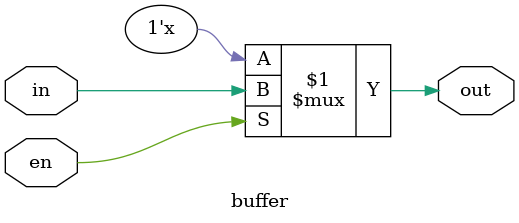
<source format=v>

module buffer
#(parameter width = 1)
(
input   [width-1:0] in,
input               en,
output  [width-1:0] out
    );

    // Assign out to input or high-z
    assign out = en ? in : {width{1'bz}};

endmodule

</source>
